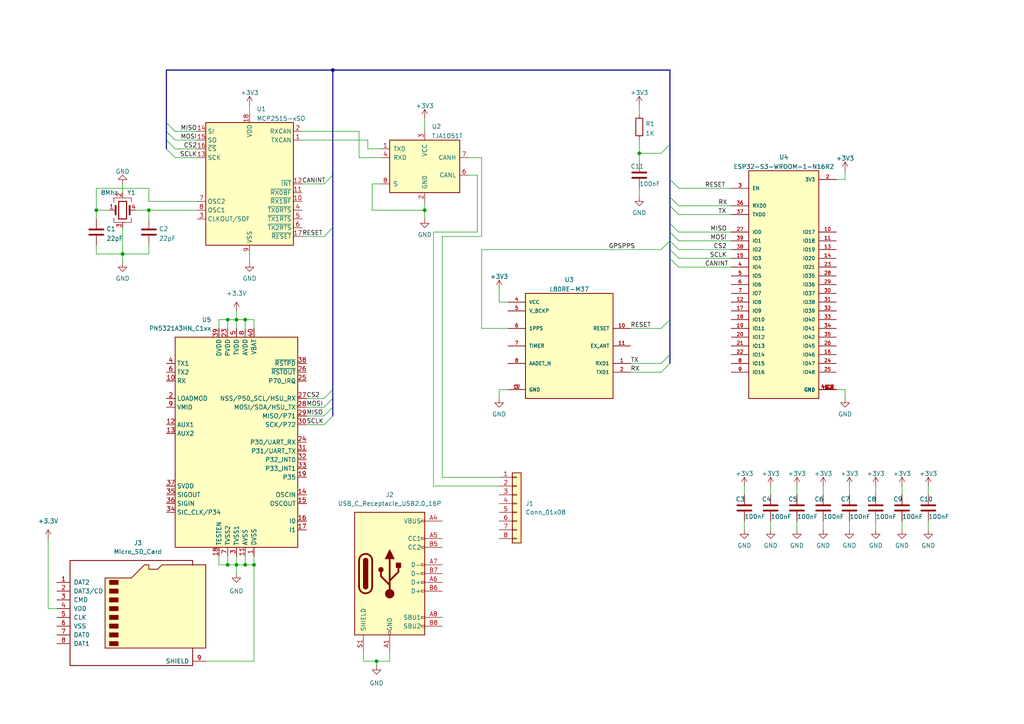
<source format=kicad_sch>
(kicad_sch (version 20231120) (generator "eeschema") (generator_version "8.0")
  (paper "A4")
  (lib_symbols
    (symbol "+3.3V_1" (power) (pin_numbers hide) (pin_names (offset 0) hide)
      (property "Value" "+3.3V" (at 0 3.556 0))
      (symbol "+3.3V_1_0_1"
        (polyline (pts (xy -0.762 1.27) (xy 0 2.54)))
        (polyline (pts (xy 0 0) (xy 0 2.54)))
        (polyline (pts (xy 0 2.54) (xy 0.762 1.27)))
      )
      (symbol "+3.3V_1_1_1"
        (pin power_in line (at 0 0 90) (length 0) (name "~") (number "1"))
      )
    )
    (symbol "+3.3V_2" (power) (pin_numbers hide) (pin_names (offset 0) hide)
      (property "Value" "+3.3V" (at 0 3.556 0))
      (symbol "+3.3V_2_0_1"
        (polyline (pts (xy -0.762 1.27) (xy 0 2.54)))
        (polyline (pts (xy 0 0) (xy 0 2.54)))
        (polyline (pts (xy 0 2.54) (xy 0.762 1.27)))
      )
      (symbol "+3.3V_2_1_1"
        (pin power_in line (at 0 0 90) (length 0) (name "~") (number "1"))
      )
    )
    (symbol "Connector:Micro_SD_Card" (pin_names (offset 1.016))
      (property "Reference" "J" (at -16.51 15.24 0))
      (property "Value" "Micro_SD_Card" (at 16.51 15.24 0))
      (symbol "Micro_SD_Card_0_1"
        (rectangle (start -7.62 -9.525) (end -5.08 -10.795) (fill (type outline)))
        (rectangle (start -7.62 -6.985) (end -5.08 -8.255) (fill (type outline)))
        (rectangle (start -7.62 -4.445) (end -5.08 -5.715) (fill (type outline)))
        (rectangle (start -7.62 -1.905) (end -5.08 -3.175) (fill (type outline)))
        (rectangle (start -7.62 0.635) (end -5.08 -0.635) (fill (type outline)))
        (rectangle (start -7.62 3.175) (end -5.08 1.905) (fill (type outline)))
        (rectangle (start -7.62 5.715) (end -5.08 4.445) (fill (type outline)))
        (rectangle (start -7.62 8.255) (end -5.08 6.985) (fill (type outline)))
        (polyline (pts (xy 16.51 12.7) (xy 16.51 13.97) (xy -19.05 13.97) (xy -19.05 -16.51) (xy 16.51 -16.51) (xy 16.51 -11.43)) (stroke (width 0.254)))
        (polyline (pts (xy -8.89 -11.43) (xy -8.89 8.89) (xy -1.27 8.89) (xy 2.54 12.7) (xy 3.81 12.7) (xy 3.81 11.43) (xy 6.35 11.43) (xy 7.62 12.7) (xy 20.32 12.7) (xy 20.32 -11.43) (xy -8.89 -11.43)) (stroke (width 0.254)) (fill (type background)))
      )
      (symbol "Micro_SD_Card_1_1"
        (pin bidirectional line (at -22.86 7.62 0) (length 3.81) (name "DAT2") (number "1"))
        (pin bidirectional line (at -22.86 5.08 0) (length 3.81) (name "DAT3/CD") (number "2"))
        (pin input line (at -22.86 2.54 0) (length 3.81) (name "CMD") (number "3"))
        (pin power_in line (at -22.86 0 0) (length 3.81) (name "VDD") (number "4"))
        (pin input line (at -22.86 -2.54 0) (length 3.81) (name "CLK") (number "5"))
        (pin power_in line (at -22.86 -5.08 0) (length 3.81) (name "VSS") (number "6"))
        (pin bidirectional line (at -22.86 -7.62 0) (length 3.81) (name "DAT0") (number "7"))
        (pin bidirectional line (at -22.86 -10.16 0) (length 3.81) (name "DAT1") (number "8"))
        (pin passive line (at 20.32 -15.24 180) (length 3.81) (name "SHIELD") (number "9"))
      )
    )
    (symbol "Connector:USB_C_Receptacle_USB2.0_16P" (pin_names (offset 1.016))
      (property "Reference" "J" (at 0 22.225 0))
      (property "Value" "USB_C_Receptacle_USB2.0_16P" (at 0 19.685 0))
      (symbol "USB_C_Receptacle_USB2.0_16P_0_0"
        (rectangle (start -0.254 -17.78) (end 0.254 -16.764))
        (rectangle (start 10.16 -14.986) (end 9.144 -15.494))
        (rectangle (start 10.16 -12.446) (end 9.144 -12.954))
        (rectangle (start 10.16 -4.826) (end 9.144 -5.334))
        (rectangle (start 10.16 -2.286) (end 9.144 -2.794))
        (rectangle (start 10.16 0.254) (end 9.144 -0.254))
        (rectangle (start 10.16 2.794) (end 9.144 2.286))
        (rectangle (start 10.16 7.874) (end 9.144 7.366))
        (rectangle (start 10.16 10.414) (end 9.144 9.906))
        (rectangle (start 10.16 15.494) (end 9.144 14.986))
      )
      (symbol "USB_C_Receptacle_USB2.0_16P_0_1"
        (rectangle (start -10.16 17.78) (end 10.16 -17.78) (stroke (width 0.254)) (fill (type background)))
        (arc (start -8.89 -3.81) (mid -6.985 -5.7067) (end -5.08 -3.81) (stroke (width 0.508)))
        (arc (start -7.62 -3.81) (mid -6.985 -4.4423) (end -6.35 -3.81) (stroke (width 0.254)))
        (arc (start -7.62 -3.81) (mid -6.985 -4.4423) (end -6.35 -3.81) (stroke (width 0.254)) (fill (type outline)))
        (rectangle (start -7.62 -3.81) (end -6.35 3.81) (stroke (width 0.254)) (fill (type outline)))
        (arc (start -6.35 3.81) (mid -6.985 4.4423) (end -7.62 3.81) (stroke (width 0.254)))
        (arc (start -6.35 3.81) (mid -6.985 4.4423) (end -7.62 3.81) (stroke (width 0.254)) (fill (type outline)))
        (arc (start -5.08 3.81) (mid -6.985 5.7067) (end -8.89 3.81) (stroke (width 0.508)))
        (circle (center -2.54 1.143) (radius 0.635) (stroke (width 0.254)) (fill (type outline)))
        (circle (center 0 -5.842) (radius 1.27) (fill (type outline)))
        (polyline (pts (xy -8.89 -3.81) (xy -8.89 3.81)) (stroke (width 0.508)))
        (polyline (pts (xy -5.08 3.81) (xy -5.08 -3.81)) (stroke (width 0.508)))
        (polyline (pts (xy 0 -5.842) (xy 0 4.318)) (stroke (width 0.508)))
        (polyline (pts (xy 0 -3.302) (xy -2.54 -0.762) (xy -2.54 0.508)) (stroke (width 0.508)))
        (polyline (pts (xy 0 -2.032) (xy 2.54 0.508) (xy 2.54 1.778)) (stroke (width 0.508)))
        (polyline (pts (xy -1.27 4.318) (xy 0 6.858) (xy 1.27 4.318) (xy -1.27 4.318)) (stroke (width 0.254)) (fill (type outline)))
        (rectangle (start 1.905 1.778) (end 3.175 3.048) (stroke (width 0.254)) (fill (type outline)))
      )
      (symbol "USB_C_Receptacle_USB2.0_16P_1_1"
        (pin passive line (at 0 -22.86 90) (length 5.08) (name "GND") (number "A1"))
        (pin passive line (at 0 -22.86 90) (length 5.08) hide (name "GND") (number "A12"))
        (pin passive line (at 15.24 15.24 180) (length 5.08) (name "VBUS") (number "A4"))
        (pin bidirectional line (at 15.24 10.16 180) (length 5.08) (name "CC1") (number "A5"))
        (pin bidirectional line (at 15.24 -2.54 180) (length 5.08) (name "D+") (number "A6"))
        (pin bidirectional line (at 15.24 2.54 180) (length 5.08) (name "D-") (number "A7"))
        (pin bidirectional line (at 15.24 -12.7 180) (length 5.08) (name "SBU1") (number "A8"))
        (pin passive line (at 15.24 15.24 180) (length 5.08) hide (name "VBUS") (number "A9"))
        (pin passive line (at 0 -22.86 90) (length 5.08) hide (name "GND") (number "B1"))
        (pin passive line (at 0 -22.86 90) (length 5.08) hide (name "GND") (number "B12"))
        (pin passive line (at 15.24 15.24 180) (length 5.08) hide (name "VBUS") (number "B4"))
        (pin bidirectional line (at 15.24 7.62 180) (length 5.08) (name "CC2") (number "B5"))
        (pin bidirectional line (at 15.24 -5.08 180) (length 5.08) (name "D+") (number "B6"))
        (pin bidirectional line (at 15.24 0 180) (length 5.08) (name "D-") (number "B7"))
        (pin bidirectional line (at 15.24 -15.24 180) (length 5.08) (name "SBU2") (number "B8"))
        (pin passive line (at 15.24 15.24 180) (length 5.08) hide (name "VBUS") (number "B9"))
        (pin passive line (at -7.62 -22.86 90) (length 5.08) (name "SHIELD") (number "S1"))
      )
    )
    (symbol "Connector_Generic:Conn_01x08" (pin_names (offset 1.016) hide)
      (property "Reference" "J" (at 0 10.16 0))
      (property "Value" "Conn_01x08" (at 0 -12.7 0))
      (symbol "Conn_01x08_1_1"
        (rectangle (start -1.27 -10.033) (end 0 -10.287) (stroke (width 0.1524)))
        (rectangle (start -1.27 -7.493) (end 0 -7.747) (stroke (width 0.1524)))
        (rectangle (start -1.27 -4.953) (end 0 -5.207) (stroke (width 0.1524)))
        (rectangle (start -1.27 -2.413) (end 0 -2.667) (stroke (width 0.1524)))
        (rectangle (start -1.27 0.127) (end 0 -0.127) (stroke (width 0.1524)))
        (rectangle (start -1.27 2.667) (end 0 2.413) (stroke (width 0.1524)))
        (rectangle (start -1.27 5.207) (end 0 4.953) (stroke (width 0.1524)))
        (rectangle (start -1.27 7.747) (end 0 7.493) (stroke (width 0.1524)))
        (rectangle (start -1.27 8.89) (end 1.27 -11.43) (stroke (width 0.254)) (fill (type background)))
        (pin passive line (at -5.08 7.62 0) (length 3.81) (name "Pin_1") (number "1"))
        (pin passive line (at -5.08 5.08 0) (length 3.81) (name "Pin_2") (number "2"))
        (pin passive line (at -5.08 2.54 0) (length 3.81) (name "Pin_3") (number "3"))
        (pin passive line (at -5.08 0 0) (length 3.81) (name "Pin_4") (number "4"))
        (pin passive line (at -5.08 -2.54 0) (length 3.81) (name "Pin_5") (number "5"))
        (pin passive line (at -5.08 -5.08 0) (length 3.81) (name "Pin_6") (number "6"))
        (pin passive line (at -5.08 -7.62 0) (length 3.81) (name "Pin_7") (number "7"))
        (pin passive line (at -5.08 -10.16 0) (length 3.81) (name "Pin_8") (number "8"))
      )
    )
    (symbol "Device:C" (pin_numbers hide) (pin_names (offset 0.254))
      (property "Reference" "C" (at 0.635 2.54 0))
      (property "Value" "C" (at 0.635 -2.54 0))
      (symbol "C_0_1"
        (polyline (pts (xy -2.032 -0.762) (xy 2.032 -0.762)) (stroke (width 0.508)))
        (polyline (pts (xy -2.032 0.762) (xy 2.032 0.762)) (stroke (width 0.508)))
      )
      (symbol "C_1_1"
        (pin passive line (at 0 3.81 270) (length 2.794) (name "~") (number "1"))
        (pin passive line (at 0 -3.81 90) (length 2.794) (name "~") (number "2"))
      )
    )
    (symbol "Device:Crystal_GND23" (pin_names (offset 1.016) hide)
      (property "Reference" "Y" (at 3.175 5.08 0))
      (property "Value" "Crystal_GND23" (at 3.175 3.175 0))
      (symbol "Crystal_GND23_0_1"
        (rectangle (start -1.143 2.54) (end 1.143 -2.54) (stroke (width 0.3048)))
        (polyline (pts (xy -2.54 0) (xy -2.032 0)))
        (polyline (pts (xy -2.032 -1.27) (xy -2.032 1.27)) (stroke (width 0.508)))
        (polyline (pts (xy 0 -3.81) (xy 0 -3.556)))
        (polyline (pts (xy 0 3.556) (xy 0 3.81)))
        (polyline (pts (xy 2.032 -1.27) (xy 2.032 1.27)) (stroke (width 0.508)))
        (polyline (pts (xy 2.032 0) (xy 2.54 0)))
        (polyline (pts (xy -2.54 -2.286) (xy -2.54 -3.556) (xy 2.54 -3.556) (xy 2.54 -2.286)))
        (polyline (pts (xy -2.54 2.286) (xy -2.54 3.556) (xy 2.54 3.556) (xy 2.54 2.286)))
      )
      (symbol "Crystal_GND23_1_1"
        (pin passive line (at -3.81 0 0) (length 1.27) (name "1") (number "1"))
        (pin passive line (at 0 5.08 270) (length 1.27) (name "2") (number "2"))
        (pin passive line (at 0 -5.08 90) (length 1.27) (name "3") (number "3"))
        (pin passive line (at 3.81 0 180) (length 1.27) (name "4") (number "4"))
      )
    )
    (symbol "Device:R" (pin_numbers hide) (pin_names (offset 0))
      (property "Reference" "R" (at 2.032 0 90))
      (property "Value" "R" (at 0 0 90))
      (symbol "R_0_1"
        (rectangle (start -1.016 -2.54) (end 1.016 2.54) (stroke (width 0.254)))
      )
      (symbol "R_1_1"
        (pin passive line (at 0 3.81 270) (length 1.27) (name "~") (number "1"))
        (pin passive line (at 0 -3.81 90) (length 1.27) (name "~") (number "2"))
      )
    )
    (symbol "GND_1" (power) (pin_numbers hide) (pin_names (offset 0) hide)
      (property "Value" "GND" (at 0 -3.81 0))
      (symbol "GND_1_0_1"
        (polyline (pts (xy 0 0) (xy 0 -1.27) (xy 1.27 -1.27) (xy 0 -2.54) (xy -1.27 -1.27) (xy 0 -1.27)))
      )
      (symbol "GND_1_1_1"
        (pin power_in line (at 0 0 270) (length 0) (name "~") (number "1"))
      )
    )
    (symbol "GND_2" (power) (pin_numbers hide) (pin_names (offset 0) hide)
      (property "Value" "GND" (at 0 -3.81 0))
      (symbol "GND_2_0_1"
        (polyline (pts (xy 0 0) (xy 0 -1.27) (xy 1.27 -1.27) (xy 0 -2.54) (xy -1.27 -1.27) (xy 0 -1.27)))
      )
      (symbol "GND_2_1_1"
        (pin power_in line (at 0 0 270) (length 0) (name "~") (number "1"))
      )
    )
    (symbol "Interface_CAN_LIN:MCP2515-xSO"
      (property "Reference" "U" (at -10.16 19.685 0))
      (property "Value" "MCP2515-xSO" (at 19.05 20.32 0))
      (symbol "MCP2515-xSO_0_1"
        (rectangle (start -12.7 17.78) (end 12.7 -17.78) (stroke (width 0.254)) (fill (type background)))
      )
      (symbol "MCP2515-xSO_1_1"
        (pin output line (at 15.24 12.7 180) (length 2.54) (name "TXCAN") (number "1"))
        (pin output line (at 15.24 -5.08 180) (length 2.54) (name "~{RX1BF}") (number "10"))
        (pin output line (at 15.24 -2.54 180) (length 2.54) (name "~{RX0BF}") (number "11"))
        (pin output line (at 15.24 0 180) (length 2.54) (name "~{INT}") (number "12"))
        (pin input line (at -15.24 7.62 0) (length 2.54) (name "SCK") (number "13"))
        (pin input line (at -15.24 15.24 0) (length 2.54) (name "SI") (number "14"))
        (pin output line (at -15.24 12.7 0) (length 2.54) (name "SO") (number "15"))
        (pin input line (at -15.24 10.16 0) (length 2.54) (name "~{CS}") (number "16"))
        (pin input line (at 15.24 -15.24 180) (length 2.54) (name "~{RESET}") (number "17"))
        (pin power_in line (at 0 20.32 270) (length 2.54) (name "VDD") (number "18"))
        (pin input line (at 15.24 15.24 180) (length 2.54) (name "RXCAN") (number "2"))
        (pin output line (at -15.24 -10.16 0) (length 2.54) (name "CLKOUT/SOF") (number "3"))
        (pin input line (at 15.24 -7.62 180) (length 2.54) (name "~{TX0RTS}") (number "4"))
        (pin input line (at 15.24 -10.16 180) (length 2.54) (name "~{TX1RTS}") (number "5"))
        (pin input line (at 15.24 -12.7 180) (length 2.54) (name "~{TX2RTS}") (number "6"))
        (pin output line (at -15.24 -5.08 0) (length 2.54) (name "OSC2") (number "7"))
        (pin input line (at -15.24 -7.62 0) (length 2.54) (name "OSC1") (number "8"))
        (pin power_in line (at 0 -20.32 90) (length 2.54) (name "VSS") (number "9"))
      )
    )
    (symbol "Interface_CAN_LIN:TJA1051T" (pin_names (offset 1.016))
      (property "Reference" "U" (at -10.16 8.89 0))
      (property "Value" "TJA1051T" (at 1.27 8.89 0))
      (symbol "TJA1051T_0_1"
        (rectangle (start -10.16 7.62) (end 10.16 -7.62) (stroke (width 0.254)) (fill (type background)))
      )
      (symbol "TJA1051T_1_1"
        (pin input line (at -12.7 5.08 0) (length 2.54) (name "TXD") (number "1"))
        (pin power_in line (at 0 -10.16 90) (length 2.54) (name "GND") (number "2"))
        (pin power_in line (at 0 10.16 270) (length 2.54) (name "VCC") (number "3"))
        (pin output line (at -12.7 2.54 0) (length 2.54) (name "RXD") (number "4"))
        (pin no_connect line (at -12.7 -2.54 0) (length 2.54) hide (name "n.c.") (number "5"))
        (pin bidirectional line (at 12.7 -2.54 180) (length 2.54) (name "CANL") (number "6"))
        (pin bidirectional line (at 12.7 2.54 180) (length 2.54) (name "CANH") (number "7"))
        (pin input line (at -12.7 -5.08 0) (length 2.54) (name "S") (number "8"))
      )
    )
    (symbol "RF_NFC:PN5321A3HN_C1xx"
      (property "Reference" "U" (at -15.24 31.75 0))
      (property "Value" "PN5321A3HN_C1xx" (at 15.24 31.75 0))
      (symbol "PN5321A3HN_C1xx_0_1"
        (rectangle (start -17.78 30.48) (end 17.78 -30.48) (stroke (width 0.254)) (fill (type background)))
      )
      (symbol "PN5321A3HN_C1xx_1_1"
        (pin power_in line (at -5.08 -33.02 90) (length 2.54) (name "DVSS") (number "1"))
        (pin input line (at 20.32 17.78 180) (length 2.54) (name "RX") (number "10"))
        (pin power_in line (at -2.54 -33.02 90) (length 2.54) (name "AVSS") (number "11"))
        (pin output line (at 20.32 5.08 180) (length 2.54) (name "AUX1") (number "12"))
        (pin output line (at 20.32 2.54 180) (length 2.54) (name "AUX2") (number "13"))
        (pin input line (at -20.32 -15.24 0) (length 2.54) (name "OSCIN") (number "14"))
        (pin output line (at -20.32 -17.78 0) (length 2.54) (name "OSCOUT") (number "15"))
        (pin passive line (at -20.32 -22.86 0) (length 2.54) (name "I0") (number "16"))
        (pin passive line (at -20.32 -25.4 0) (length 2.54) (name "I1") (number "17"))
        (pin passive line (at 5.08 -33.02 90) (length 2.54) (name "TESTEN") (number "18"))
        (pin bidirectional line (at -20.32 -10.16 0) (length 2.54) (name "P35") (number "19"))
        (pin output line (at 20.32 12.7 180) (length 2.54) (name "LOADMOD") (number "2"))
        (pin no_connect line (at 17.78 -2.54 180) (length 2.54) hide (name "N.C.") (number "20"))
        (pin no_connect line (at 17.78 -5.08 180) (length 2.54) hide (name "N.C.") (number "21"))
        (pin no_connect line (at 17.78 -7.62 180) (length 2.54) hide (name "N.C.") (number "22"))
        (pin power_in line (at 2.54 33.02 270) (length 2.54) (name "PVDD") (number "23"))
        (pin bidirectional line (at -20.32 0 0) (length 2.54) (name "P30/UART_RX") (number "24"))
        (pin bidirectional line (at -20.32 17.78 0) (length 2.54) (name "P70_IRQ") (number "25"))
        (pin output line (at -20.32 20.32 0) (length 2.54) (name "~{RSTOUT}") (number "26"))
        (pin bidirectional line (at -20.32 12.7 0) (length 2.54) (name "NSS/P50_SCL/HSU_RX") (number "27"))
        (pin bidirectional line (at -20.32 10.16 0) (length 2.54) (name "MOSI/SDA/HSU_TX") (number "28"))
        (pin bidirectional line (at -20.32 7.62 0) (length 2.54) (name "MISO/P71") (number "29"))
        (pin power_in line (at 0 -33.02 90) (length 2.54) (name "TVSS1") (number "3"))
        (pin bidirectional line (at -20.32 5.08 0) (length 2.54) (name "SCK/P72") (number "30"))
        (pin bidirectional line (at -20.32 -2.54 0) (length 2.54) (name "P31/UART_TX") (number "31"))
        (pin bidirectional line (at -20.32 -5.08 0) (length 2.54) (name "P32_INT0") (number "32"))
        (pin bidirectional line (at -20.32 -7.62 0) (length 2.54) (name "P33_INT1") (number "33"))
        (pin bidirectional line (at 20.32 -20.32 180) (length 2.54) (name "SIC_CLK/P34") (number "34"))
        (pin output line (at 20.32 -15.24 180) (length 2.54) (name "SIGOUT") (number "35"))
        (pin input line (at 20.32 -17.78 180) (length 2.54) (name "SIGIN") (number "36"))
        (pin output line (at 20.32 -12.7 180) (length 2.54) (name "SVDD") (number "37"))
        (pin input line (at -20.32 22.86 0) (length 2.54) (name "~{RSTPD}") (number "38"))
        (pin power_out line (at 5.08 33.02 270) (length 2.54) (name "DVDD") (number "39"))
        (pin output line (at 20.32 22.86 180) (length 2.54) (name "TX1") (number "4"))
        (pin power_in line (at -5.08 33.02 270) (length 2.54) (name "VBAT") (number "40"))
        (pin passive line (at -2.54 -33.02 90) (length 2.54) hide (name "AVSS") (number "41"))
        (pin power_in line (at 0 33.02 270) (length 2.54) (name "TVDD") (number "5"))
        (pin output line (at 20.32 20.32 180) (length 2.54) (name "TX2") (number "6"))
        (pin power_in line (at 2.54 -33.02 90) (length 2.54) (name "TVSS2") (number "7"))
        (pin power_in line (at -2.54 33.02 270) (length 2.54) (name "AVDD") (number "8"))
        (pin output line (at 20.32 10.16 180) (length 2.54) (name "VMID") (number "9"))
      )
    )
    (symbol "bits:ESP32-S3-WROOM-1-N16R2" (pin_names (offset 1.016))
      (property "Reference" "U" (at -10.16 34.1122 0))
      (property "Value" "ESP32-S3-WROOM-1-N16R2" (at -10.16 -35.56 0))
      (symbol "ESP32-S3-WROOM-1-N16R2_0_0"
        (rectangle (start -10.16 -33.02) (end 10.16 33.02) (stroke (width 0.254)) (fill (type background)))
        (pin power_in line (at 15.24 -30.48 180) (length 5.08) (name "GND") (number "1"))
        (pin bidirectional line (at 15.24 15.24 180) (length 5.08) (name "IO17") (number "10"))
        (pin bidirectional line (at 15.24 12.7 180) (length 5.08) (name "IO18") (number "11"))
        (pin bidirectional line (at -15.24 -5.08 0) (length 5.08) (name "IO8") (number "12"))
        (pin bidirectional line (at 15.24 10.16 180) (length 5.08) (name "IO19") (number "13"))
        (pin bidirectional line (at 15.24 7.62 180) (length 5.08) (name "IO20") (number "14"))
        (pin bidirectional line (at -15.24 7.62 0) (length 5.08) (name "IO3") (number "15"))
        (pin bidirectional line (at 15.24 -20.32 180) (length 5.08) (name "IO46") (number "16"))
        (pin bidirectional line (at -15.24 -7.62 0) (length 5.08) (name "IO9") (number "17"))
        (pin bidirectional line (at -15.24 -10.16 0) (length 5.08) (name "IO10") (number "18"))
        (pin bidirectional line (at -15.24 -12.7 0) (length 5.08) (name "IO11") (number "19"))
        (pin power_in line (at 15.24 30.48 180) (length 5.08) (name "3V3") (number "2"))
        (pin bidirectional line (at -15.24 -15.24 0) (length 5.08) (name "IO12") (number "20"))
        (pin bidirectional line (at -15.24 -17.78 0) (length 5.08) (name "IO13") (number "21"))
        (pin bidirectional line (at -15.24 -20.32 0) (length 5.08) (name "IO14") (number "22"))
        (pin bidirectional line (at 15.24 5.08 180) (length 5.08) (name "IO21") (number "23"))
        (pin bidirectional line (at 15.24 -22.86 180) (length 5.08) (name "IO47") (number "24"))
        (pin bidirectional line (at 15.24 -25.4 180) (length 5.08) (name "IO48") (number "25"))
        (pin bidirectional line (at 15.24 -17.78 180) (length 5.08) (name "IO45") (number "26"))
        (pin bidirectional line (at -15.24 15.24 0) (length 5.08) (name "IO0") (number "27"))
        (pin bidirectional line (at 15.24 2.54 180) (length 5.08) (name "IO35") (number "28"))
        (pin bidirectional line (at 15.24 0 180) (length 5.08) (name "IO36") (number "29"))
        (pin input line (at -15.24 27.94 0) (length 5.08) (name "EN") (number "3"))
        (pin bidirectional line (at 15.24 -2.54 180) (length 5.08) (name "IO37") (number "30"))
        (pin bidirectional line (at 15.24 -5.08 180) (length 5.08) (name "IO38") (number "31"))
        (pin bidirectional line (at 15.24 -7.62 180) (length 5.08) (name "IO39") (number "32"))
        (pin bidirectional line (at 15.24 -10.16 180) (length 5.08) (name "IO40") (number "33"))
        (pin bidirectional line (at 15.24 -12.7 180) (length 5.08) (name "IO41") (number "34"))
        (pin bidirectional line (at 15.24 -15.24 180) (length 5.08) (name "IO42") (number "35"))
        (pin bidirectional line (at -15.24 22.86 0) (length 5.08) (name "RXD0") (number "36"))
        (pin bidirectional line (at -15.24 20.32 0) (length 5.08) (name "TXD0") (number "37"))
        (pin bidirectional line (at -15.24 10.16 0) (length 5.08) (name "IO2") (number "38"))
        (pin bidirectional line (at -15.24 12.7 0) (length 5.08) (name "IO1") (number "39"))
        (pin bidirectional line (at -15.24 5.08 0) (length 5.08) (name "IO4") (number "4"))
        (pin power_in line (at 15.24 -30.48 180) (length 5.08) (name "GND") (number "40"))
        (pin power_in line (at 15.24 -30.48 180) (length 5.08) (name "GND") (number "41_1"))
        (pin power_in line (at 15.24 -30.48 180) (length 5.08) (name "GND") (number "41_2"))
        (pin power_in line (at 15.24 -30.48 180) (length 5.08) (name "GND") (number "41_3"))
        (pin power_in line (at 15.24 -30.48 180) (length 5.08) (name "GND") (number "41_4"))
        (pin power_in line (at 15.24 -30.48 180) (length 5.08) (name "GND") (number "41_5"))
        (pin power_in line (at 15.24 -30.48 180) (length 5.08) (name "GND") (number "41_6"))
        (pin power_in line (at 15.24 -30.48 180) (length 5.08) (name "GND") (number "41_7"))
        (pin power_in line (at 15.24 -30.48 180) (length 5.08) (name "GND") (number "41_8"))
        (pin power_in line (at 15.24 -30.48 180) (length 5.08) (name "GND") (number "41_9"))
        (pin bidirectional line (at -15.24 2.54 0) (length 5.08) (name "IO5") (number "5"))
        (pin bidirectional line (at -15.24 0 0) (length 5.08) (name "IO6") (number "6"))
        (pin bidirectional line (at -15.24 -2.54 0) (length 5.08) (name "IO7") (number "7"))
        (pin bidirectional line (at -15.24 -22.86 0) (length 5.08) (name "IO15") (number "8"))
        (pin bidirectional line (at -15.24 -25.4 0) (length 5.08) (name "IO16") (number "9"))
      )
    )
    (symbol "bits:L80RE-M37" (pin_names (offset 1.016))
      (property "Reference" "U" (at -12.7 16.002 0))
      (property "Value" "L80RE-M37" (at -12.7 -17.78 0))
      (symbol "L80RE-M37_0_0"
        (rectangle (start -12.7 -15.24) (end 12.7 15.24) (stroke (width 0.254)) (fill (type background)))
        (pin input line (at -17.78 -5.08 0) (length 5.08) (name "RXD1") (number "1"))
        (pin input line (at -17.78 5.08 0) (length 5.08) (name "RESET") (number "10"))
        (pin input line (at -17.78 0 0) (length 5.08) (name "EX_ANT") (number "11"))
        (pin power_in line (at 17.78 -12.7 180) (length 5.08) (name "GND") (number "12"))
        (pin output line (at -17.78 -7.62 0) (length 5.08) (name "TXD1") (number "2"))
        (pin power_in line (at 17.78 -12.7 180) (length 5.08) (name "GND") (number "3"))
        (pin power_in line (at 17.78 12.7 180) (length 5.08) (name "VCC") (number "4"))
        (pin power_in line (at 17.78 10.16 180) (length 5.08) (name "V_BCKP") (number "5"))
        (pin output line (at 17.78 5.08 180) (length 5.08) (name "1PPS") (number "6"))
        (pin output line (at 17.78 0 180) (length 5.08) (name "TIMER") (number "7"))
        (pin bidirectional line (at 17.78 -5.08 180) (length 5.08) (name "AADET_N") (number "8"))
      )
    )
    (symbol "power:+3.3V" (power) (pin_names (offset 0))
      (property "Value" "+3.3V" (at 0 3.556 0))
      (symbol "+3.3V_0_1"
        (polyline (pts (xy -0.762 1.27) (xy 0 2.54)))
        (polyline (pts (xy 0 0) (xy 0 2.54)))
        (polyline (pts (xy 0 2.54) (xy 0.762 1.27)))
      )
      (symbol "+3.3V_1_1"
        (pin power_in line (at 0 0 90) (length 0) hide (name "+3V3") (number "1"))
      )
    )
    (symbol "power:GND" (power) (pin_names (offset 0))
      (property "Value" "GND" (at 0 -3.81 0))
      (symbol "GND_0_1"
        (polyline (pts (xy 0 0) (xy 0 -1.27) (xy 1.27 -1.27) (xy 0 -2.54) (xy -1.27 -1.27) (xy 0 -1.27)))
      )
      (symbol "GND_1_1"
        (pin power_in line (at 0 0 270) (length 0) hide (name "GND") (number "1"))
      )
    )
  )
  (junction (at 109.22 191.77))
  (junction (at 71.12 92.71))
  (junction (at 43.18 60.96))
  (junction (at 71.12 163.83))
  (junction (at 68.58 163.83))
  (junction (at 35.56 73.66))
  (junction (at 27.94 60.96))
  (junction (at 68.58 92.71))
  (junction (at 123.19 60.96))
  (junction (at 66.04 163.83))
  (junction (at 73.66 163.83))
  (junction (at 66.04 92.71))
  (junction (at 185.42 44.45))
  (junction (at 96.52 20.32))
  (bus_entry (at 93.98 53.34) (size 2.54 -2.54))
  (bus_entry (at 194.31 52.07) (size 2.54 2.54))
  (bus_entry (at 194.31 57.15) (size 2.54 2.54))
  (bus_entry (at 191.77 44.45) (size 2.54 -2.54))
  (bus_entry (at 93.98 120.65) (size 2.54 -2.54))
  (bus_entry (at 48.26 35.56) (size 2.54 2.54))
  (bus_entry (at 48.26 38.1) (size 2.54 2.54))
  (bus_entry (at 48.26 40.64) (size 2.54 2.54))
  (bus_entry (at 48.26 43.18) (size 2.54 2.54))
  (bus_entry (at 93.98 115.57) (size 2.54 -2.54))
  (bus_entry (at 93.98 68.58) (size 2.54 -2.54))
  (bus_entry (at 191.77 72.39) (size 2.54 -2.54))
  (bus_entry (at 191.77 105.41) (size 2.54 -2.54))
  (bus_entry (at 191.77 95.25) (size 2.54 -2.54))
  (bus_entry (at 191.77 107.95) (size 2.54 -2.54))
  (bus_entry (at 93.98 118.11) (size 2.54 -2.54))
  (bus_entry (at 93.98 123.19) (size 2.54 -2.54))
  (bus_entry (at 194.31 59.69) (size 2.54 2.54))
  (bus_entry (at 194.31 64.77) (size 2.54 2.54))
  (bus_entry (at 194.31 67.31) (size 2.54 2.54))
  (bus_entry (at 194.31 72.39) (size 2.54 2.54))
  (bus_entry (at 194.31 69.85) (size 2.54 2.54))
  (bus_entry (at 194.31 74.93) (size 2.54 2.54))
  (wire (pts (xy 123.19 58.42) (xy 123.19 60.96)))
  (wire (pts (xy 242.57 113.03) (xy 245.11 113.03)))
  (wire (pts (xy 245.11 49.53) (xy 245.11 52.07)))
  (wire (pts (xy 88.9 120.65) (xy 93.98 120.65)))
  (bus (pts (xy 96.52 20.32) (xy 48.26 20.32)))
  (wire (pts (xy 246.38 151.13) (xy 246.38 153.67)))
  (wire (pts (xy 196.85 54.61) (xy 212.09 54.61)))
  (wire (pts (xy 104.14 38.1) (xy 87.63 38.1)))
  (wire (pts (xy 87.63 53.34) (xy 93.98 53.34)))
  (wire (pts (xy 123.19 34.29) (xy 123.19 38.1)))
  (wire (pts (xy 50.8 38.1) (xy 57.15 38.1)))
  (wire (pts (xy 223.52 151.13) (xy 223.52 153.67)))
  (wire (pts (xy 71.12 161.29) (xy 71.12 163.83)))
  (wire (pts (xy 72.39 30.48) (xy 72.39 33.02)))
  (wire (pts (xy 68.58 161.29) (xy 68.58 163.83)))
  (bus (pts (xy 194.31 64.77) (xy 194.31 67.31)))
  (wire (pts (xy 66.04 161.29) (xy 66.04 163.83)))
  (wire (pts (xy 71.12 163.83) (xy 68.58 163.83)))
  (wire (pts (xy 261.62 151.13) (xy 261.62 153.67)))
  (wire (pts (xy 68.58 92.71) (xy 66.04 92.71)))
  (wire (pts (xy 139.7 45.72) (xy 139.7 68.58)))
  (wire (pts (xy 107.95 60.96) (xy 107.95 53.34)))
  (wire (pts (xy 66.04 92.71) (xy 66.04 95.25)))
  (wire (pts (xy 196.85 77.47) (xy 212.09 77.47)))
  (wire (pts (xy 191.77 72.39) (xy 139.7 72.39)))
  (bus (pts (xy 194.31 102.87) (xy 194.31 105.41)))
  (wire (pts (xy 144.78 87.63) (xy 147.32 87.63)))
  (bus (pts (xy 194.31 59.69) (xy 194.31 64.77)))
  (wire (pts (xy 35.56 73.66) (xy 43.18 73.66)))
  (wire (pts (xy 123.19 60.96) (xy 107.95 60.96)))
  (bus (pts (xy 194.31 67.31) (xy 194.31 69.85)))
  (wire (pts (xy 128.27 138.43) (xy 144.78 138.43)))
  (wire (pts (xy 182.88 107.95) (xy 191.77 107.95)))
  (wire (pts (xy 269.24 151.13) (xy 269.24 153.67)))
  (bus (pts (xy 96.52 115.57) (xy 96.52 118.11)))
  (wire (pts (xy 88.9 115.57) (xy 93.98 115.57)))
  (wire (pts (xy 196.85 74.93) (xy 212.09 74.93)))
  (wire (pts (xy 182.88 105.41) (xy 191.77 105.41)))
  (wire (pts (xy 261.62 140.97) (xy 261.62 143.51)))
  (wire (pts (xy 109.22 191.77) (xy 113.03 191.77)))
  (wire (pts (xy 27.94 73.66) (xy 35.56 73.66)))
  (wire (pts (xy 123.19 60.96) (xy 123.19 63.5)))
  (wire (pts (xy 43.18 73.66) (xy 43.18 71.12)))
  (wire (pts (xy 135.89 45.72) (xy 139.7 45.72)))
  (wire (pts (xy 125.73 140.97) (xy 125.73 67.31)))
  (bus (pts (xy 96.52 20.32) (xy 194.31 20.32)))
  (wire (pts (xy 185.42 44.45) (xy 191.77 44.45)))
  (wire (pts (xy 13.97 156.21) (xy 13.97 176.53)))
  (bus (pts (xy 96.52 50.8) (xy 96.52 20.32)))
  (bus (pts (xy 96.52 50.8) (xy 96.52 66.04)))
  (wire (pts (xy 105.41 189.23) (xy 105.41 191.77)))
  (wire (pts (xy 196.85 59.69) (xy 212.09 59.69)))
  (bus (pts (xy 96.52 113.03) (xy 96.52 115.57)))
  (wire (pts (xy 128.27 68.58) (xy 128.27 138.43)))
  (bus (pts (xy 194.31 57.15) (xy 194.31 59.69)))
  (wire (pts (xy 139.7 72.39) (xy 139.7 95.25)))
  (wire (pts (xy 139.7 68.58) (xy 128.27 68.58)))
  (wire (pts (xy 63.5 163.83) (xy 63.5 161.29)))
  (wire (pts (xy 43.18 54.61) (xy 27.94 54.61)))
  (bus (pts (xy 194.31 72.39) (xy 194.31 74.93)))
  (wire (pts (xy 238.76 151.13) (xy 238.76 153.67)))
  (wire (pts (xy 27.94 60.96) (xy 31.75 60.96)))
  (wire (pts (xy 50.8 45.72) (xy 57.15 45.72)))
  (bus (pts (xy 194.31 69.85) (xy 194.31 72.39)))
  (wire (pts (xy 196.85 62.23) (xy 212.09 62.23)))
  (wire (pts (xy 109.22 191.77) (xy 109.22 193.04)))
  (wire (pts (xy 107.95 53.34) (xy 110.49 53.34)))
  (wire (pts (xy 196.85 72.39) (xy 212.09 72.39)))
  (wire (pts (xy 246.38 140.97) (xy 246.38 143.51)))
  (wire (pts (xy 27.94 71.12) (xy 27.94 73.66)))
  (wire (pts (xy 66.04 163.83) (xy 63.5 163.83)))
  (wire (pts (xy 106.68 43.18) (xy 110.49 43.18)))
  (wire (pts (xy 196.85 69.85) (xy 212.09 69.85)))
  (bus (pts (xy 48.26 35.56) (xy 48.26 38.1)))
  (wire (pts (xy 43.18 60.96) (xy 57.15 60.96)))
  (bus (pts (xy 48.26 20.32) (xy 48.26 35.56)))
  (wire (pts (xy 144.78 113.03) (xy 147.32 113.03)))
  (wire (pts (xy 59.69 191.77) (xy 73.66 191.77)))
  (wire (pts (xy 63.5 92.71) (xy 63.5 95.25)))
  (wire (pts (xy 71.12 92.71) (xy 68.58 92.71)))
  (wire (pts (xy 88.9 123.19) (xy 93.98 123.19)))
  (wire (pts (xy 185.42 30.48) (xy 185.42 33.02)))
  (bus (pts (xy 194.31 92.71) (xy 194.31 102.87)))
  (wire (pts (xy 138.43 67.31) (xy 138.43 50.8)))
  (bus (pts (xy 194.31 74.93) (xy 194.31 92.71)))
  (wire (pts (xy 231.14 151.13) (xy 231.14 153.67)))
  (wire (pts (xy 27.94 54.61) (xy 27.94 60.96)))
  (wire (pts (xy 73.66 163.83) (xy 71.12 163.83)))
  (wire (pts (xy 215.9 140.97) (xy 215.9 143.51)))
  (wire (pts (xy 35.56 53.34) (xy 35.56 55.88)))
  (wire (pts (xy 73.66 161.29) (xy 73.66 163.83)))
  (wire (pts (xy 144.78 83.82) (xy 144.78 87.63)))
  (wire (pts (xy 87.63 68.58) (xy 93.98 68.58)))
  (wire (pts (xy 196.85 67.31) (xy 212.09 67.31)))
  (bus (pts (xy 96.52 118.11) (xy 96.52 120.65)))
  (wire (pts (xy 50.8 40.64) (xy 57.15 40.64)))
  (wire (pts (xy 71.12 92.71) (xy 71.12 95.25)))
  (wire (pts (xy 68.58 163.83) (xy 68.58 166.37)))
  (wire (pts (xy 144.78 115.57) (xy 144.78 113.03)))
  (wire (pts (xy 43.18 54.61) (xy 43.18 58.42)))
  (wire (pts (xy 43.18 63.5) (xy 43.18 60.96)))
  (wire (pts (xy 125.73 67.31) (xy 138.43 67.31)))
  (bus (pts (xy 96.52 66.04) (xy 96.52 113.03)))
  (wire (pts (xy 72.39 73.66) (xy 72.39 76.2)))
  (wire (pts (xy 182.88 95.25) (xy 191.77 95.25)))
  (wire (pts (xy 35.56 73.66) (xy 35.56 76.2)))
  (wire (pts (xy 245.11 52.07) (xy 242.57 52.07)))
  (wire (pts (xy 238.76 140.97) (xy 238.76 143.51)))
  (wire (pts (xy 138.43 50.8) (xy 135.89 50.8)))
  (bus (pts (xy 48.26 38.1) (xy 48.26 40.64)))
  (wire (pts (xy 104.14 45.72) (xy 104.14 38.1)))
  (bus (pts (xy 194.31 41.91) (xy 194.31 52.07)))
  (wire (pts (xy 73.66 191.77) (xy 73.66 163.83)))
  (wire (pts (xy 66.04 92.71) (xy 63.5 92.71)))
  (wire (pts (xy 144.78 140.97) (xy 125.73 140.97)))
  (wire (pts (xy 223.52 140.97) (xy 223.52 143.51)))
  (wire (pts (xy 73.66 92.71) (xy 71.12 92.71)))
  (wire (pts (xy 87.63 40.64) (xy 106.68 40.64)))
  (wire (pts (xy 245.11 115.57) (xy 245.11 113.03)))
  (wire (pts (xy 231.14 140.97) (xy 231.14 143.51)))
  (wire (pts (xy 215.9 151.13) (xy 215.9 153.67)))
  (wire (pts (xy 43.18 60.96) (xy 39.37 60.96)))
  (wire (pts (xy 16.51 176.53) (xy 13.97 176.53)))
  (wire (pts (xy 113.03 191.77) (xy 113.03 189.23)))
  (wire (pts (xy 68.58 90.17) (xy 68.58 92.71)))
  (wire (pts (xy 185.42 40.64) (xy 185.42 44.45)))
  (wire (pts (xy 254 151.13) (xy 254 153.67)))
  (wire (pts (xy 68.58 163.83) (xy 66.04 163.83)))
  (wire (pts (xy 35.56 66.04) (xy 35.56 73.66)))
  (wire (pts (xy 106.68 40.64) (xy 106.68 43.18)))
  (bus (pts (xy 48.26 40.64) (xy 48.26 43.18)))
  (wire (pts (xy 88.9 118.11) (xy 93.98 118.11)))
  (wire (pts (xy 68.58 92.71) (xy 68.58 95.25)))
  (wire (pts (xy 43.18 58.42) (xy 57.15 58.42)))
  (wire (pts (xy 269.24 140.97) (xy 269.24 143.51)))
  (wire (pts (xy 50.8 43.18) (xy 57.15 43.18)))
  (wire (pts (xy 110.49 45.72) (xy 104.14 45.72)))
  (wire (pts (xy 27.94 60.96) (xy 27.94 63.5)))
  (wire (pts (xy 73.66 95.25) (xy 73.66 92.71)))
  (wire (pts (xy 105.41 191.77) (xy 109.22 191.77)))
  (wire (pts (xy 185.42 44.45) (xy 185.42 46.99)))
  (bus (pts (xy 194.31 20.32) (xy 194.31 41.91)))
  (wire (pts (xy 254 140.97) (xy 254 143.51)))
  (wire (pts (xy 139.7 95.25) (xy 147.32 95.25)))
  (bus (pts (xy 194.31 52.07) (xy 194.31 57.15)))
  (wire (pts (xy 185.42 54.61) (xy 185.42 57.15)))
  (label "GPSPPS" (at 176.53 72.39 0))
  (label "MOSI" (at 57.15 40.64 180))
  (label "MOSI" (at 210.82 69.85 180))
  (label "SCLK" (at 57.15 45.72 180))
  (label "MISO" (at 210.82 67.31 180))
  (label "MISO" (at 88.9 120.65 0))
  (label "RESET" (at 87.63 68.58 0))
  (label "RESET" (at 182.88 95.25 0))
  (label "CS2" (at 88.9 115.57 0))
  (label "RX" (at 182.88 107.95 0))
  (label "CANINT" (at 204.47 77.47 0))
  (label "TX" (at 182.88 105.41 0))
  (label "RX" (at 208.28 59.69 0))
  (label "CS2" (at 210.82 72.39 180))
  (label "RESET" (at 204.47 54.61 0))
  (label "CS2" (at 57.15 43.18 180))
  (label "SCLK" (at 88.9 123.19 0))
  (label "MOSI" (at 88.9 118.11 0))
  (label "TX" (at 208.28 62.23 0))
  (label "MISO" (at 57.15 38.1 180))
  (label "CANINT" (at 87.63 53.34 0))
  (label "SCLK" (at 210.82 74.93 180))
  (symbol (lib_id "Device:C") (at 215.9 147.32 0) (unit 1)
    (property "Reference" "C3" (at 213.36 144.78 0) (effects (justify left)))
    (property "Value" "100nF" (at 215.9 149.86 0) (effects (justify left)))
    (property "Footprint" "Capacitor_SMD:C_0402_1005Metric" (effects (hide yes)))
    (property "LCSC" "C1525" (effects (hide yes)))
  )
  (symbol (lib_id "Device:C") (at 238.76 147.32 0) (unit 1)
    (property "Reference" "C6" (at 236.22 144.78 0) (effects (justify left)))
    (property "Value" "100nF" (at 238.76 149.86 0) (effects (justify left)))
    (property "Footprint" "Capacitor_SMD:C_0402_1005Metric" (effects (hide yes)))
    (property "LCSC" "C1525" (effects (hide yes)))
  )
  (symbol (lib_name "+3.3V_2") (lib_id "power:+3.3V") (at 13.97 156.21 0) (unit 1)
    (property "Reference" "#PWR04" (effects (hide yes)))
    (property "Value" "+3.3V" (at 13.97 151.13 0))
    (property "Description" "Power symbol creates a global label with name \"+3.3V\"" (effects (hide yes)))
  )
  (symbol (lib_id "power:GND") (at 231.14 153.67 0) (unit 1)
    (property "Reference" "#PWR0113" (effects (hide yes)))
    (property "Value" "GND" (at 231.14 158.2325 0))
  )
  (symbol (lib_id "Device:C") (at 269.24 147.32 0) (unit 1)
    (property "Reference" "C10" (at 266.7 144.78 0) (effects (justify left)))
    (property "Value" "100nF" (at 269.24 149.86 0) (effects (justify left)))
    (property "Footprint" "Capacitor_SMD:C_0402_1005Metric" (effects (hide yes)))
    (property "LCSC" "C1525" (effects (hide yes)))
  )
  (symbol (lib_id "Device:C") (at 246.38 147.32 0) (unit 1)
    (property "Reference" "C7" (at 243.84 144.78 0) (effects (justify left)))
    (property "Value" "100nF" (at 246.38 149.86 0) (effects (justify left)))
    (property "Footprint" "Capacitor_SMD:C_0402_1005Metric" (effects (hide yes)))
    (property "LCSC" "C1525" (effects (hide yes)))
  )
  (symbol (lib_id "Connector:USB_C_Receptacle_USB2.0_16P") (at 113.03 166.37 0) (unit 1)
    (property "Reference" "J2" (at 113.03 143.51 0))
    (property "Value" "USB_C_Receptacle_USB2.0_16P" (at 113.03 146.05 0))
    (property "Footprint" "Connector_USB:USB_C_Receptacle_GCT_USB4105-xx-A_16P_TopMnt_Horizontal" (effects (hide yes)))
    (property "Datasheet" "https://www.usb.org/sites/default/files/documents/usb_type-c.zip" (effects (hide yes)))
    (property "Description" "USB 2.0-only 16P Type-C Receptacle connector" (effects (hide yes)))
  )
  (symbol (lib_id "power:GND") (at 185.42 57.15 0) (unit 1)
    (property "Reference" "#PWR0127" (effects (hide yes)))
    (property "Value" "GND" (at 185.42 61.7125 0))
  )
  (symbol (lib_id "Device:C") (at 27.94 67.31 0) (unit 1)
    (property "Reference" "C1" (at 30.861 66.4015 0) (effects (justify left)))
    (property "Value" "22pF" (at 30.861 69.1766 0) (effects (justify left)))
    (property "Footprint" "Capacitor_SMD:C_0402_1005Metric" (effects (hide yes)))
  )
  (symbol (lib_id "Device:Crystal_GND23") (at 35.56 60.96 0) (unit 1)
    (property "Reference" "Y1" (at 38.1 55.88 0))
    (property "Value" "8Mhz" (at 31.75 55.88 0))
    (property "Footprint" "Crystal:Crystal_SMD_2016-4Pin_2.0x1.6mm" (effects (hide yes)))
  )
  (symbol (lib_id "power:+3.3V") (at 246.38 140.97 0) (unit 1)
    (property "Reference" "#PWR0124" (effects (hide yes)))
    (property "Value" "+3V3" (at 246.38 137.3655 0))
  )
  (symbol (lib_id "power:+3.3V") (at 238.76 140.97 0) (unit 1)
    (property "Reference" "#PWR0123" (effects (hide yes)))
    (property "Value" "+3V3" (at 238.76 137.3655 0))
  )
  (symbol (lib_id "power:GND") (at 223.52 153.67 0) (unit 1)
    (property "Reference" "#PWR0112" (effects (hide yes)))
    (property "Value" "GND" (at 223.52 158.2325 0))
  )
  (symbol (lib_id "power:+3.3V") (at 185.42 30.48 0) (unit 1)
    (property "Reference" "#PWR0128" (effects (hide yes)))
    (property "Value" "+3V3" (at 185.42 26.8755 0))
  )
  (symbol (lib_id "power:GND") (at 261.62 153.67 0) (unit 1)
    (property "Reference" "#PWR0118" (effects (hide yes)))
    (property "Value" "GND" (at 261.62 158.2325 0))
  )
  (symbol (lib_id "power:GND") (at 35.56 76.2 0) (unit 1)
    (property "Reference" "#PWR0102" (effects (hide yes)))
    (property "Value" "GND" (at 35.56 80.7625 0))
  )
  (symbol (lib_id "power:+3.3V") (at 269.24 140.97 0) (unit 1)
    (property "Reference" "#PWR0117" (effects (hide yes)))
    (property "Value" "+3V3" (at 269.24 137.3655 0))
  )
  (symbol (lib_id "power:GND") (at 269.24 153.67 0) (unit 1)
    (property "Reference" "#PWR0120" (effects (hide yes)))
    (property "Value" "GND" (at 269.24 158.2325 0))
  )
  (symbol (lib_id "power:+3.3V") (at 223.52 140.97 0) (unit 1)
    (property "Reference" "#PWR0110" (effects (hide yes)))
    (property "Value" "+3V3" (at 223.52 137.3655 0))
  )
  (symbol (lib_name "GND_2") (lib_id "power:GND") (at 109.22 193.04 0) (unit 1)
    (property "Reference" "#PWR03" (effects (hide yes)))
    (property "Value" "GND" (at 109.22 198.12 0))
    (property "Description" "Power symbol creates a global label with name \"GND\" , ground" (effects (hide yes)))
  )
  (symbol (lib_id "power:GND") (at 35.56 53.34 180) (unit 1)
    (property "Reference" "#PWR0103" (effects (hide yes)))
    (property "Value" "GND" (at 35.56 49.7355 0))
  )
  (symbol (lib_name "GND_1") (lib_id "power:GND") (at 68.58 166.37 0) (mirror y) (unit 1)
    (property "Reference" "#PWR01" (effects (hide yes)))
    (property "Value" "GND" (at 68.58 171.45 0))
    (property "Description" "Power symbol creates a global label with name \"GND\" , ground" (effects (hide yes)))
  )
  (symbol (lib_id "power:GND") (at 238.76 153.67 0) (unit 1)
    (property "Reference" "#PWR0114" (effects (hide yes)))
    (property "Value" "GND" (at 238.76 158.2325 0))
  )
  (symbol (lib_id "Interface_CAN_LIN:MCP2515-xSO") (at 72.39 53.34 0) (unit 1)
    (property "Reference" "U1" (at 74.4094 31.5935 0) (effects (justify left)))
    (property "Value" "MCP2515-xSO" (at 74.4094 34.3686 0) (effects (justify left)))
    (property "Footprint" "Package_DFN_QFN:QFN-20-1EP_4x4mm_P0.5mm_EP2.5x2.5mm" (effects (hide yes)))
    (property "Datasheet" "http://ww1.microchip.com/downloads/en/DeviceDoc/21801e.pdf" (effects (hide yes)))
    (property "LCSC" "C637693" (effects (hide yes)))
  )
  (symbol (lib_name "+3.3V_1") (lib_id "power:+3.3V") (at 68.58 90.17 0) (mirror y) (unit 1)
    (property "Reference" "#PWR02" (effects (hide yes)))
    (property "Value" "+3.3V" (at 68.58 85.09 0))
    (property "Description" "Power symbol creates a global label with name \"+3.3V\"" (effects (hide yes)))
  )
  (symbol (lib_id "power:+3.3V") (at 72.39 30.48 0) (unit 1)
    (property "Reference" "#PWR0107" (effects (hide yes)))
    (property "Value" "+3V3" (at 72.39 26.8755 0))
  )
  (symbol (lib_id "power:+3.3V") (at 245.11 49.53 0) (unit 1)
    (property "Reference" "#PWR0109" (effects (hide yes)))
    (property "Value" "+3V3" (at 245.11 45.9255 0))
  )
  (symbol (lib_id "Device:C") (at 231.14 147.32 0) (unit 1)
    (property "Reference" "C5" (at 228.6 144.78 0) (effects (justify left)))
    (property "Value" "100nF" (at 231.14 149.86 0) (effects (justify left)))
    (property "Footprint" "Capacitor_SMD:C_0402_1005Metric" (effects (hide yes)))
    (property "LCSC" "C1525" (effects (hide yes)))
  )
  (symbol (lib_id "power:+3.3V") (at 123.19 34.29 0) (unit 1)
    (property "Reference" "#PWR0126" (effects (hide yes)))
    (property "Value" "+3V3" (at 123.19 30.6855 0))
  )
  (symbol (lib_id "power:GND") (at 254 153.67 0) (unit 1)
    (property "Reference" "#PWR0119" (effects (hide yes)))
    (property "Value" "GND" (at 254 158.2325 0))
  )
  (symbol (lib_id "power:GND") (at 123.19 63.5 0) (unit 1)
    (property "Reference" "#PWR0106" (effects (hide yes)))
    (property "Value" "GND" (at 123.19 68.0625 0))
  )
  (symbol (lib_id "Device:C") (at 43.18 67.31 0) (unit 1)
    (property "Reference" "C2" (at 46.101 66.4015 0) (effects (justify left)))
    (property "Value" "22pF" (at 46.101 69.1766 0) (effects (justify left)))
    (property "Footprint" "Capacitor_SMD:C_0402_1005Metric" (effects (hide yes)))
  )
  (symbol (lib_id "Interface_CAN_LIN:TJA1051T") (at 123.19 48.26 0) (unit 1)
    (property "Reference" "U2" (at 125.2094 36.6735 0) (effects (justify left)))
    (property "Value" "TJA1051T" (at 125.2094 39.4486 0) (effects (justify left)))
    (property "Footprint" "Package_SO:SOIC-8_3.9x4.9mm_P1.27mm" (effects (hide yes)))
    (property "Datasheet" "http://www.nxp.com/documents/data_sheet/TJA1051.pdf" (effects (hide yes)))
  )
  (symbol (lib_id "power:+3.3V") (at 231.14 140.97 0) (unit 1)
    (property "Reference" "#PWR0111" (effects (hide yes)))
    (property "Value" "+3V3" (at 231.14 137.3655 0))
  )
  (symbol (lib_id "power:GND") (at 246.38 153.67 0) (unit 1)
    (property "Reference" "#PWR0115" (effects (hide yes)))
    (property "Value" "GND" (at 246.38 158.2325 0))
  )
  (symbol (lib_id "Connector_Generic:Conn_01x08") (at 149.86 146.05 0) (unit 1)
    (property "Reference" "J1" (at 152.4 146.0499 0) (effects (justify left)))
    (property "Value" "Conn_01x08" (at 152.4 148.5899 0) (effects (justify left)))
    (property "Footprint" "bots:maglock-8pin" (effects (hide yes)))
    (property "Description" "Generic connector, single row, 01x08, script generated (kicad-library-utils/schlib/autogen/connector/)" (effects (hide yes)))
  )
  (symbol (lib_id "power:GND") (at 245.11 115.57 0) (unit 1)
    (property "Reference" "#PWR0108" (effects (hide yes)))
    (property "Value" "GND" (at 245.11 120.1325 0))
  )
  (symbol (lib_id "Device:R") (at 185.42 36.83 0) (unit 1)
    (property "Reference" "R1" (at 187.198 35.9215 0) (effects (justify left)))
    (property "Value" "1K" (at 187.198 38.6966 0) (effects (justify left)))
    (property "Footprint" "Resistor_SMD:R_0402_1005Metric" (effects (hide yes)))
    (property "LCSC" "C11702" (effects (hide yes)))
  )
  (symbol (lib_id "bits:L80RE-M37") (at 165.1 100.33 0) (mirror y) (unit 1)
    (property "Reference" "U3" (at 165.1 81.1235 0))
    (property "Value" "L80RE-M37" (at 165.1 83.8986 0))
    (property "Footprint" "bots:XCVR_L80RE-M37" (effects (hide yes)))
    (property "Description" "\nL80 is an ultra compact GPS POT (Patch on Top) module with an embedded 15.0mm × 15.0mm × 4.0mm patch antenna.\n" (effects (hide yes)))
    (property "MF" "Quectel" (effects (hide yes)))
    (property "DESCRIPTION" "L80 is an ultra compact GPS POT _Patch on Top_ module with an embedded 15.0mm × 15.0mm × 4.0mm patch antenna." (effects (hide yes)))
    (property "PACKAGE" "Radial Can  Quectel" (effects (hide yes)))
    (property "PRICE" "None" (effects (hide yes)))
    (property "Package" "SMD-12 Quectel" (effects (hide yes)))
    (property "Check_prices" "https://www.snapeda.com/parts/L80RE-M37/Quectel/view-part/?ref=eda" (effects (hide yes)))
    (property "Price" "None" (effects (hide yes)))
    (property "SnapEDA_Link" "https://www.snapeda.com/parts/L80RE-M37/Quectel/view-part/?ref=snap" (effects (hide yes)))
    (property "MP" "L80RE-M37" (effects (hide yes)))
    (property "Availability" "In Stock" (effects (hide yes)))
    (property "AVAILABILITY" "Unavailable" (effects (hide yes)))
    (property "LCSC" "C3029061" (effects (hide yes)))
  )
  (symbol (lib_id "bits:ESP32-S3-WROOM-1-N16R2") (at 227.33 82.55 0) (unit 1)
    (property "Reference" "U4" (at 227.33 45.5635 0))
    (property "Value" "ESP32-S3-WROOM-1-N16R2" (at 227.33 48.3386 0))
    (property "Footprint" "bots:XCVR_ESP32-S3-WROOM-1-N16R2" (effects (hide yes)))
    (property "Description" "\nBluetooth, WiFi 802.11b/g/n, Bluetooth v5.0 Transceiver Module 2.4GHz PCB Trace Surface Mount\n" (effects (hide yes)))
    (property "MF" "Espressif Systems" (effects (hide yes)))
    (property "MAXIMUM_PACKAGE_HEIGHT" "3.25mm" (effects (hide yes)))
    (property "Package" "NON STANDARD Espressif Systems" (effects (hide yes)))
    (property "Price" "None" (effects (hide yes)))
    (property "Check_prices" "https://www.snapeda.com/parts/ESP32S3WROOM1N16R2/Espressif+Systems/view-part/?ref=eda" (effects (hide yes)))
    (property "STANDARD" "Manufacturer Recommendations" (effects (hide yes)))
    (property "PARTREV" "v1.0" (effects (hide yes)))
    (property "SnapEDA_Link" "https://www.snapeda.com/parts/ESP32S3WROOM1N16R2/Espressif+Systems/view-part/?ref=snap" (effects (hide yes)))
    (property "MP" "ESP32S3WROOM1N16R2" (effects (hide yes)))
    (property "Availability" "In Stock" (effects (hide yes)))
    (property "MANUFACTURER" "Espressif" (effects (hide yes)))
  )
  (symbol (lib_id "power:+3.3V") (at 215.9 140.97 0) (unit 1)
    (property "Reference" "#PWR0122" (effects (hide yes)))
    (property "Value" "+3V3" (at 215.9 137.3655 0))
  )
  (symbol (lib_id "power:GND") (at 144.78 115.57 0) (unit 1)
    (property "Reference" "#PWR0105" (effects (hide yes)))
    (property "Value" "GND" (at 144.78 120.1325 0))
  )
  (symbol (lib_id "power:+3.3V") (at 261.62 140.97 0) (unit 1)
    (property "Reference" "#PWR0116" (effects (hide yes)))
    (property "Value" "+3V3" (at 261.62 137.3655 0))
  )
  (symbol (lib_id "RF_NFC:PN5321A3HN_C1xx") (at 68.58 128.27 0) (mirror y) (unit 1)
    (property "Reference" "U5" (at 61.3059 92.71 0) (effects (justify left)))
    (property "Value" "PN5321A3HN_C1xx" (at 61.3059 95.25 0) (effects (justify left)))
    (property "Footprint" "Package_DFN_QFN:HVQFN-40-1EP_6x6mm_P0.5mm_EP4.1x4.1mm" (effects (hide yes)))
    (property "Datasheet" "https://www.nxp.com/docs/en/nxp/data-sheets/PN532_C1.pdf" (effects (hide yes)))
    (property "Description" "Near Field Communication (NFC) controller, QFN-40" (effects (hide yes)))
  )
  (symbol (lib_id "power:+3.3V") (at 144.78 83.82 0) (unit 1)
    (property "Reference" "#PWR0104" (effects (hide yes)))
    (property "Value" "+3V3" (at 144.78 80.2155 0))
  )
  (symbol (lib_id "power:+3.3V") (at 254 140.97 0) (unit 1)
    (property "Reference" "#PWR0125" (effects (hide yes)))
    (property "Value" "+3V3" (at 254 137.3655 0))
  )
  (symbol (lib_id "power:GND") (at 215.9 153.67 0) (unit 1)
    (property "Reference" "#PWR0121" (effects (hide yes)))
    (property "Value" "GND" (at 215.9 158.2325 0))
  )
  (symbol (lib_id "Device:C") (at 185.42 50.8 0) (unit 1)
    (property "Reference" "C11" (at 182.88 48.26 0) (effects (justify left)))
    (property "Value" "100nF" (at 185.42 53.34 0) (effects (justify left)))
    (property "Footprint" "Capacitor_SMD:C_0402_1005Metric" (effects (hide yes)))
    (property "LCSC" "C1525" (effects (hide yes)))
  )
  (symbol (lib_id "Connector:Micro_SD_Card") (at 39.37 176.53 0) (unit 1)
    (property "Reference" "J3" (at 40.005 157.48 0))
    (property "Value" "Micro_SD_Card" (at 40.005 160.02 0))
    (property "Footprint" "Connector_Card:microSD_HC_Molex_104031-0811" (effects (hide yes)))
    (property "Datasheet" "http://katalog.we-online.de/em/datasheet/693072010801.pdf" (effects (hide yes)))
    (property "Description" "Micro SD Card Socket" (effects (hide yes)))
  )
  (symbol (lib_id "Device:C") (at 254 147.32 0) (unit 1)
    (property "Reference" "C8" (at 251.46 144.78 0) (effects (justify left)))
    (property "Value" "100nF" (at 254 149.86 0) (effects (justify left)))
    (property "Footprint" "Capacitor_SMD:C_0402_1005Metric" (effects (hide yes)))
    (property "LCSC" "C1525" (effects (hide yes)))
  )
  (symbol (lib_id "Device:C") (at 223.52 147.32 0) (unit 1)
    (property "Reference" "C4" (at 220.98 144.78 0) (effects (justify left)))
    (property "Value" "100nF" (at 223.52 149.86 0) (effects (justify left)))
    (property "Footprint" "Capacitor_SMD:C_0402_1005Metric" (effects (hide yes)))
    (property "LCSC" "C1525" (effects (hide yes)))
  )
  (symbol (lib_id "power:GND") (at 72.39 76.2 0) (unit 1)
    (property "Reference" "#PWR0101" (effects (hide yes)))
    (property "Value" "GND" (at 72.39 80.7625 0))
  )
  (symbol (lib_id "Device:C") (at 261.62 147.32 0) (unit 1)
    (property "Reference" "C9" (at 259.08 144.78 0) (effects (justify left)))
    (property "Value" "100nF" (at 261.62 149.86 0) (effects (justify left)))
    (property "Footprint" "Capacitor_SMD:C_0402_1005Metric" (effects (hide yes)))
    (property "LCSC" "C1525" (effects (hide yes)))
  )
)
</source>
